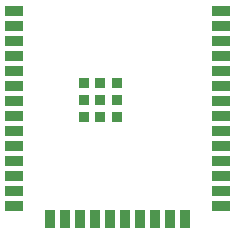
<source format=gbr>
%TF.GenerationSoftware,KiCad,Pcbnew,(6.0.10)*%
%TF.CreationDate,2023-02-16T10:20:13+01:00*%
%TF.ProjectId,Weerstation,57656572-7374-4617-9469-6f6e2e6b6963,rev?*%
%TF.SameCoordinates,Original*%
%TF.FileFunction,Paste,Top*%
%TF.FilePolarity,Positive*%
%FSLAX46Y46*%
G04 Gerber Fmt 4.6, Leading zero omitted, Abs format (unit mm)*
G04 Created by KiCad (PCBNEW (6.0.10)) date 2023-02-16 10:20:13*
%MOMM*%
%LPD*%
G01*
G04 APERTURE LIST*
%ADD10R,1.500000X0.900000*%
%ADD11R,0.900000X1.500000*%
%ADD12R,0.900000X0.900000*%
G04 APERTURE END LIST*
D10*
%TO.C,U1*%
X-17436800Y1244600D03*
X-17436800Y-25400D03*
X-17436800Y-1295400D03*
X-17436800Y-2565400D03*
X-17436800Y-3835400D03*
X-17436800Y-5105400D03*
X-17436800Y-6375400D03*
X-17436800Y-7645400D03*
X-17436800Y-8915400D03*
X-17436800Y-10185400D03*
X-17436800Y-11455400D03*
X-17436800Y-12725400D03*
X-17436800Y-13995400D03*
X-17436800Y-15265400D03*
D11*
X-14401800Y-16360400D03*
X-13131800Y-16360400D03*
X-11861800Y-16360400D03*
X-10591800Y-16360400D03*
X-9321800Y-16360400D03*
X-8051800Y-16360400D03*
X-6781800Y-16360400D03*
X-5511800Y-16360400D03*
X-4241800Y-16360400D03*
X-2971800Y-16360400D03*
D10*
X63200Y-15265400D03*
X63200Y-13995400D03*
X63200Y-12725400D03*
X63200Y-11455400D03*
X63200Y-10185400D03*
X63200Y-8915400D03*
X63200Y-7645400D03*
X63200Y-6375400D03*
X63200Y-5105400D03*
X63200Y-3835400D03*
X63200Y-2565400D03*
X63200Y-1295400D03*
X63200Y-25400D03*
X63200Y1244600D03*
D12*
X-11586800Y-7720400D03*
X-10186800Y-7720400D03*
X-11586800Y-6320400D03*
X-10186800Y-4920400D03*
X-10186800Y-6320400D03*
X-8786800Y-4920400D03*
X-8786800Y-6320400D03*
X-8786800Y-7720400D03*
X-11586800Y-4920400D03*
%TD*%
M02*

</source>
